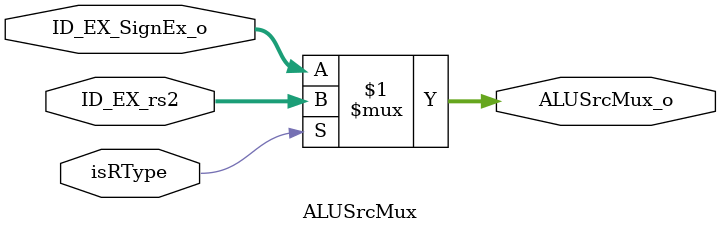
<source format=v>
module ALUSrcMux(ID_EX_rs2,ID_EX_SignEx_o,isRType,ALUSrcMux_o);
  input[31:0] ID_EX_rs2;
  input[31:0] ID_EX_SignEx_o;
  input isRType;
  
  output[31:0] ALUSrcMux_o;
  
  assign ALUSrcMux_o=isRType?ID_EX_rs2:ID_EX_SignEx_o;
endmodule
//has been changed.  
  
  



</source>
